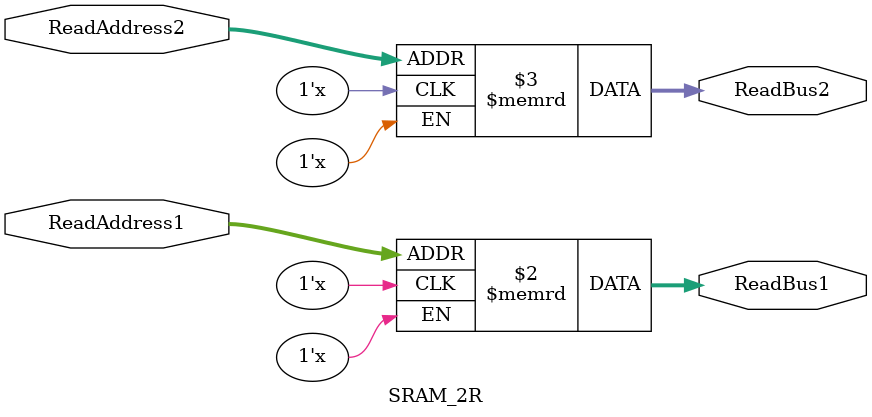
<source format=v>
/*module************************************
*
* NAME:  sram_2R
*
* DESCRIPTION:   
*	Memory for Graph: 8K*128bits, 2 read ports
*  
* REVISION HISTORY
*   Date     Programmer    Description
*   2/4/13   Wenxu Zhao    Version 1.0
*  10/12/15 Bowen Li         Version 2.0
*M*/

module SRAM_2R (ReadAddress1, ReadAddress2, ReadBus1, ReadBus2);
input  [12:0]  ReadAddress1, ReadAddress2; // Change as you change size of SRAM
output [127:0] ReadBus1;
output [127:0] ReadBus2;

reg [127:0] Register [0:8191];   // 8192 words, with each 128 bits wide
reg [127:0] ReadBus1;
reg [127:0] ReadBus2;

// Note the 4 ns delay - this is the OUTPUT DELAY FOR THE MEMORY FOR SYNTHESIS
always@(*) 
  begin 
    #4 ReadBus1  =  Register[ReadAddress1];
    ReadBus2  =  Register[ReadAddress2];
  end
endmodule

</source>
